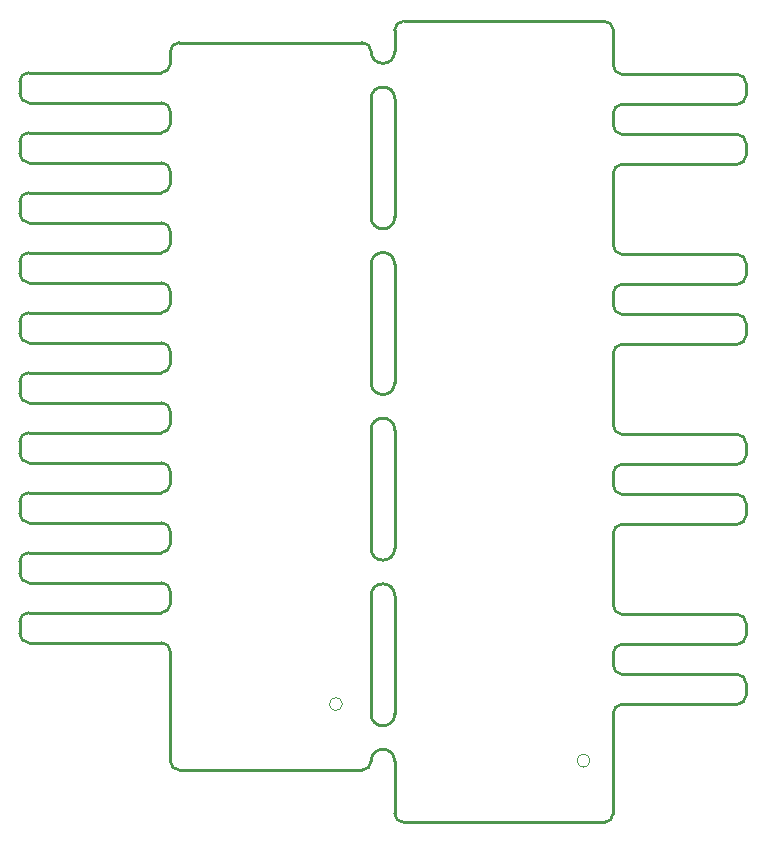
<source format=gbr>
%TF.GenerationSoftware,KiCad,Pcbnew,7.0.11*%
%TF.CreationDate,2025-09-14T18:22:29-04:00*%
%TF.ProjectId,14.1.7 - PMOS - PLC Connector Combined,31342e31-2e37-4202-9d20-504d4f53202d,rev?*%
%TF.SameCoordinates,Original*%
%TF.FileFunction,Profile,NP*%
%FSLAX46Y46*%
G04 Gerber Fmt 4.6, Leading zero omitted, Abs format (unit mm)*
G04 Created by KiCad (PCBNEW 7.0.11) date 2025-09-14 18:22:29*
%MOMM*%
%LPD*%
G01*
G04 APERTURE LIST*
%TA.AperFunction,Profile*%
%ADD10C,0.250000*%
%TD*%
%TA.AperFunction,Profile*%
%ADD11C,0.100000*%
%TD*%
G04 APERTURE END LIST*
D10*
X71240000Y-75990000D02*
X82490000Y-75990000D01*
X100240000Y-115187503D02*
X100240000Y-125207503D01*
X131989990Y-92120510D02*
G75*
G03*
X131240000Y-91370510I-749990J10D01*
G01*
X70490000Y-77780000D02*
X70490000Y-76740000D01*
X82490000Y-119170000D02*
X71240000Y-119170000D01*
X71240000Y-86150000D02*
X82490000Y-86150000D01*
X102240000Y-125207503D02*
X102240000Y-115187503D01*
X70490000Y-113340000D02*
X70490000Y-112300000D01*
X131240000Y-109150510D02*
X121490000Y-109150510D01*
X100240000Y-73120000D02*
X100240000Y-83140000D01*
X70490000Y-113340000D02*
G75*
G03*
X71240000Y-114090000I750000J0D01*
G01*
X131989990Y-122600510D02*
G75*
G03*
X131240000Y-121850510I-749990J10D01*
G01*
X70490000Y-87940000D02*
G75*
G03*
X71240000Y-88690000I750000J0D01*
G01*
X120739990Y-70300510D02*
G75*
G03*
X121490000Y-71050510I750010J10D01*
G01*
X82490000Y-70910000D02*
G75*
G03*
X83240000Y-70160000I0J750000D01*
G01*
X82490000Y-93770000D02*
X71240000Y-93770000D01*
X120740000Y-120060510D02*
X120740000Y-121100510D01*
X120740000Y-79420510D02*
X120740000Y-85540510D01*
X70490000Y-118420000D02*
G75*
G03*
X71240000Y-119170000I750000J0D01*
G01*
X131990000Y-122600510D02*
X131990000Y-123640510D01*
X71240000Y-86150000D02*
G75*
G03*
X70490000Y-86900000I0J-750000D01*
G01*
X71240000Y-116630000D02*
G75*
G03*
X70490000Y-117380000I0J-750000D01*
G01*
X100240000Y-69120000D02*
G75*
G03*
X102240000Y-69120000I1000000J0D01*
G01*
X70490000Y-108260000D02*
G75*
G03*
X71240000Y-109010000I750000J0D01*
G01*
X83240000Y-80320000D02*
X83240000Y-79280000D01*
X120739990Y-75380510D02*
G75*
G03*
X121490000Y-76130510I750010J10D01*
G01*
X120739990Y-105860510D02*
G75*
G03*
X121490000Y-106610510I750010J10D01*
G01*
X121490000Y-78670500D02*
G75*
G03*
X120740000Y-79420510I0J-750000D01*
G01*
X82490000Y-103930000D02*
X71240000Y-103930000D01*
X121490000Y-119310500D02*
G75*
G03*
X120740000Y-120060510I0J-750000D01*
G01*
X121490000Y-86290510D02*
X131240000Y-86290510D01*
X131240000Y-73590510D02*
X121490000Y-73590510D01*
X131240000Y-93910510D02*
X121490000Y-93910510D01*
X82490000Y-75990000D02*
G75*
G03*
X83240000Y-75240000I0J750000D01*
G01*
X100240000Y-69120000D02*
G75*
G03*
X99490000Y-68370000I-750000J0D01*
G01*
X82490000Y-73450000D02*
X71240000Y-73450000D01*
X131989990Y-107360510D02*
G75*
G03*
X131240000Y-106610510I-749990J10D01*
G01*
X131990000Y-92120510D02*
X131990000Y-93160510D01*
X100240000Y-87140000D02*
X100240000Y-97160000D01*
X70490000Y-98100000D02*
G75*
G03*
X71240000Y-98850000I750000J0D01*
G01*
X131240000Y-104070510D02*
X121490000Y-104070510D01*
X70490000Y-77780000D02*
G75*
G03*
X71240000Y-78530000I750000J0D01*
G01*
X70490000Y-87940000D02*
X70490000Y-86900000D01*
X83240000Y-110800000D02*
X83240000Y-109760000D01*
X131989990Y-117520510D02*
G75*
G03*
X131240000Y-116770510I-749990J10D01*
G01*
X131240000Y-88830510D02*
X121490000Y-88830510D01*
X71240000Y-111550000D02*
G75*
G03*
X70490000Y-112300000I0J-750000D01*
G01*
X131990000Y-87040510D02*
X131990000Y-88080510D01*
X83240000Y-114840000D02*
G75*
G03*
X82490000Y-114090000I-750000J0D01*
G01*
X102240000Y-101167503D02*
G75*
G03*
X100240000Y-101167503I-1000000J0D01*
G01*
X82490000Y-91230000D02*
G75*
G03*
X83240000Y-90480000I0J750000D01*
G01*
X131240000Y-93910500D02*
G75*
G03*
X131990000Y-93160510I0J750000D01*
G01*
X71240000Y-116630000D02*
X82490000Y-116630000D01*
X82490000Y-78530000D02*
X71240000Y-78530000D01*
X82490000Y-109010000D02*
X71240000Y-109010000D01*
X70490000Y-103180000D02*
X70490000Y-102140000D01*
X83240000Y-89440000D02*
G75*
G03*
X82490000Y-88690000I-750000J0D01*
G01*
X121490000Y-93910500D02*
G75*
G03*
X120740000Y-94660510I0J-750000D01*
G01*
X83239997Y-129207503D02*
G75*
G03*
X83990000Y-129957503I750003J3D01*
G01*
X83240000Y-70160000D02*
X83240000Y-69120000D01*
X70490000Y-82860000D02*
G75*
G03*
X71240000Y-83610000I750000J0D01*
G01*
X102240000Y-129207503D02*
G75*
G03*
X100240000Y-129207503I-1000000J0D01*
G01*
X102240000Y-111187503D02*
X102240000Y-101167503D01*
X71240000Y-106470000D02*
G75*
G03*
X70490000Y-107220000I0J-750000D01*
G01*
X82490000Y-106470000D02*
G75*
G03*
X83240000Y-105720000I0J750000D01*
G01*
X131989990Y-102280510D02*
G75*
G03*
X131240000Y-101530510I-749990J10D01*
G01*
X102240000Y-97160000D02*
X102240000Y-87140000D01*
X121490000Y-109150500D02*
G75*
G03*
X120740000Y-109900510I0J-750000D01*
G01*
X82490000Y-83610000D02*
X71240000Y-83610000D01*
X83240000Y-104680000D02*
G75*
G03*
X82490000Y-103930000I-750000J0D01*
G01*
X82490000Y-86150000D02*
G75*
G03*
X83240000Y-85400000I0J750000D01*
G01*
X121490000Y-116770510D02*
X131240000Y-116770510D01*
X99490000Y-129957503D02*
X83990000Y-129957503D01*
X120739990Y-67300510D02*
G75*
G03*
X119990000Y-66550510I-749990J10D01*
G01*
X120739990Y-116020510D02*
G75*
G03*
X121490000Y-116770510I750010J10D01*
G01*
X131240000Y-78670500D02*
G75*
G03*
X131990000Y-77920510I0J750000D01*
G01*
X71240000Y-101390000D02*
X82490000Y-101390000D01*
X102240000Y-73120000D02*
G75*
G03*
X100240000Y-73120000I-1000000J0D01*
G01*
X102990000Y-66550500D02*
G75*
G03*
X102240000Y-67300510I0J-750000D01*
G01*
X120740000Y-67300510D02*
X120740000Y-70300510D01*
X120739990Y-100780510D02*
G75*
G03*
X121490000Y-101530510I750010J10D01*
G01*
X70490000Y-82860000D02*
X70490000Y-81820000D01*
X131240000Y-119310510D02*
X121490000Y-119310510D01*
X70490000Y-103180000D02*
G75*
G03*
X71240000Y-103930000I750000J0D01*
G01*
X131990000Y-76880510D02*
X131990000Y-77920510D01*
X83240000Y-109760000D02*
G75*
G03*
X82490000Y-109010000I-750000J0D01*
G01*
X120740000Y-104820510D02*
X120740000Y-105860510D01*
X71240000Y-75990000D02*
G75*
G03*
X70490000Y-76740000I0J-750000D01*
G01*
X82490000Y-81070000D02*
G75*
G03*
X83240000Y-80320000I0J750000D01*
G01*
X83240000Y-100640000D02*
X83240000Y-99600000D01*
X121490000Y-73590500D02*
G75*
G03*
X120740000Y-74340510I0J-750000D01*
G01*
X100240000Y-101167503D02*
X100240000Y-111187503D01*
X83240000Y-84360000D02*
G75*
G03*
X82490000Y-83610000I-750000J0D01*
G01*
X71240000Y-111550000D02*
X82490000Y-111550000D01*
X70490000Y-72700000D02*
X70490000Y-71660000D01*
X83240000Y-119920000D02*
G75*
G03*
X82490000Y-119170000I-750000J0D01*
G01*
X121490000Y-104070500D02*
G75*
G03*
X120740000Y-104820510I0J-750000D01*
G01*
X120740000Y-94660510D02*
X120740000Y-100780510D01*
X83240000Y-115880000D02*
X83240000Y-114840000D01*
X131240000Y-119310500D02*
G75*
G03*
X131990000Y-118560510I0J750000D01*
G01*
X100240000Y-111187503D02*
G75*
G03*
X102240000Y-111187503I1000000J0D01*
G01*
X71240000Y-101390000D02*
G75*
G03*
X70490000Y-102140000I0J-750000D01*
G01*
X83990000Y-68370000D02*
G75*
G03*
X83240000Y-69120000I0J-750000D01*
G01*
X70490000Y-108260000D02*
X70490000Y-107220000D01*
X131989990Y-71800510D02*
G75*
G03*
X131240000Y-71050510I-749990J10D01*
G01*
X120739990Y-90620510D02*
G75*
G03*
X121490000Y-91370510I750010J10D01*
G01*
X71240000Y-70910000D02*
G75*
G03*
X70490000Y-71660000I0J-750000D01*
G01*
X83240000Y-85400000D02*
X83240000Y-84360000D01*
X120739990Y-85540510D02*
G75*
G03*
X121490000Y-86290510I750010J10D01*
G01*
X71240000Y-91230000D02*
G75*
G03*
X70490000Y-91980000I0J-750000D01*
G01*
X121490000Y-88830500D02*
G75*
G03*
X120740000Y-89580510I0J-750000D01*
G01*
X71240000Y-96310000D02*
G75*
G03*
X70490000Y-97060000I0J-750000D01*
G01*
X70490000Y-98100000D02*
X70490000Y-97060000D01*
X70490000Y-93020000D02*
X70490000Y-91980000D01*
X83240000Y-74200000D02*
G75*
G03*
X82490000Y-73450000I-750000J0D01*
G01*
X82490000Y-114090000D02*
X71240000Y-114090000D01*
X70490000Y-93020000D02*
G75*
G03*
X71240000Y-93770000I750000J0D01*
G01*
X131240000Y-124390500D02*
G75*
G03*
X131990000Y-123640510I0J750000D01*
G01*
X121490000Y-121850510D02*
X131240000Y-121850510D01*
X70490000Y-72700000D02*
G75*
G03*
X71240000Y-73450000I750000J0D01*
G01*
X83240000Y-105720000D02*
X83240000Y-104680000D01*
X102240000Y-69120000D02*
X102240000Y-67300510D01*
X120739990Y-121100510D02*
G75*
G03*
X121490000Y-121850510I750010J10D01*
G01*
X71240000Y-96310000D02*
X82490000Y-96310000D01*
X71240000Y-81070000D02*
G75*
G03*
X70490000Y-81820000I0J-750000D01*
G01*
X120740000Y-89580510D02*
X120740000Y-90620510D01*
X83240000Y-99600000D02*
G75*
G03*
X82490000Y-98850000I-750000J0D01*
G01*
X82490000Y-98850000D02*
X71240000Y-98850000D01*
X100240000Y-83140000D02*
G75*
G03*
X102240000Y-83140000I1000000J0D01*
G01*
X119990000Y-134390510D02*
X102990000Y-134390510D01*
X82490000Y-116630000D02*
G75*
G03*
X83240000Y-115880000I0J750000D01*
G01*
X71240000Y-81070000D02*
X82490000Y-81070000D01*
X71240000Y-70910000D02*
X82490000Y-70910000D01*
X83240000Y-75240000D02*
X83240000Y-74200000D01*
X102240000Y-133640510D02*
X102240000Y-129207503D01*
X119990000Y-134390500D02*
G75*
G03*
X120740000Y-133640510I0J750000D01*
G01*
X131240000Y-104070500D02*
G75*
G03*
X131990000Y-103320510I0J750000D01*
G01*
X102240000Y-87140000D02*
G75*
G03*
X100240000Y-87140000I-1000000J0D01*
G01*
X83240000Y-94520000D02*
G75*
G03*
X82490000Y-93770000I-750000J0D01*
G01*
X102240000Y-115187503D02*
G75*
G03*
X100240000Y-115187503I-1000000J0D01*
G01*
X100240000Y-125207503D02*
G75*
G03*
X102240000Y-125207503I1000000J0D01*
G01*
X120740000Y-109900510D02*
X120740000Y-116020510D01*
X99490000Y-129957500D02*
G75*
G03*
X100240000Y-129207503I0J750000D01*
G01*
X120740000Y-74340510D02*
X120740000Y-75380510D01*
X131990000Y-71800510D02*
X131990000Y-72840510D01*
X121490000Y-101530510D02*
X131240000Y-101530510D01*
X102240000Y-83140000D02*
X102240000Y-73120000D01*
X83240000Y-129207503D02*
X83240000Y-119920000D01*
X82490000Y-96310000D02*
G75*
G03*
X83240000Y-95560000I0J750000D01*
G01*
X70490000Y-118420000D02*
X70490000Y-117380000D01*
X83240000Y-90480000D02*
X83240000Y-89440000D01*
X131990000Y-107360510D02*
X131990000Y-108400510D01*
X102239990Y-133640510D02*
G75*
G03*
X102990000Y-134390510I750010J10D01*
G01*
X121490000Y-76130510D02*
X131240000Y-76130510D01*
X131240000Y-124390510D02*
X121490000Y-124390510D01*
X131989990Y-87040510D02*
G75*
G03*
X131240000Y-86290510I-749990J10D01*
G01*
X82490000Y-101390000D02*
G75*
G03*
X83240000Y-100640000I0J750000D01*
G01*
X83240000Y-79280000D02*
G75*
G03*
X82490000Y-78530000I-750000J0D01*
G01*
X83990000Y-68370000D02*
X99490000Y-68370000D01*
X131240000Y-88830500D02*
G75*
G03*
X131990000Y-88080510I0J750000D01*
G01*
X71240000Y-106470000D02*
X82490000Y-106470000D01*
X131990000Y-102280510D02*
X131990000Y-103320510D01*
X131240000Y-73590500D02*
G75*
G03*
X131990000Y-72840510I0J750000D01*
G01*
X131240000Y-109150500D02*
G75*
G03*
X131990000Y-108400510I0J750000D01*
G01*
X121490000Y-124390500D02*
G75*
G03*
X120740000Y-125140510I0J-750000D01*
G01*
X131989990Y-76880510D02*
G75*
G03*
X131240000Y-76130510I-749990J10D01*
G01*
X83240000Y-95560000D02*
X83240000Y-94520000D01*
X121490000Y-91370510D02*
X131240000Y-91370510D01*
X102990000Y-66550510D02*
X119990000Y-66550510D01*
X131240000Y-78670510D02*
X121490000Y-78670510D01*
X82490000Y-111550000D02*
G75*
G03*
X83240000Y-110800000I0J750000D01*
G01*
X131990000Y-117520510D02*
X131990000Y-118560510D01*
X121490000Y-106610510D02*
X131240000Y-106610510D01*
X71240000Y-91230000D02*
X82490000Y-91230000D01*
X82490000Y-88690000D02*
X71240000Y-88690000D01*
X100240000Y-97160000D02*
G75*
G03*
X102240000Y-97160000I1000000J0D01*
G01*
X121490000Y-71050510D02*
X131240000Y-71050510D01*
X120740000Y-125140510D02*
X120740000Y-133640510D01*
D11*
%TO.C,J226*%
X97810000Y-124370000D02*
G75*
G03*
X96710000Y-124370000I-550000J0D01*
G01*
X96710000Y-124370000D02*
G75*
G03*
X97810000Y-124370000I550000J0D01*
G01*
%TO.C,J321*%
X118770000Y-129160000D02*
G75*
G03*
X117670000Y-129160000I-550000J0D01*
G01*
X117670000Y-129160000D02*
G75*
G03*
X118770000Y-129160000I550000J0D01*
G01*
%TD*%
M02*

</source>
